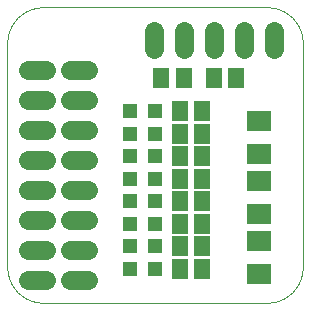
<source format=gts>
G75*
%MOIN*%
%OFA0B0*%
%FSLAX25Y25*%
%IPPOS*%
%LPD*%
%AMOC8*
5,1,8,0,0,1.08239X$1,22.5*
%
%ADD10C,0.00000*%
%ADD11R,0.05124X0.05124*%
%ADD12R,0.08274X0.06699*%
%ADD13R,0.05518X0.06699*%
%ADD14C,0.06400*%
D10*
X0004500Y0013111D02*
X0004500Y0087914D01*
X0004503Y0088199D01*
X0004514Y0088485D01*
X0004531Y0088770D01*
X0004555Y0089054D01*
X0004586Y0089338D01*
X0004624Y0089621D01*
X0004669Y0089902D01*
X0004720Y0090183D01*
X0004778Y0090463D01*
X0004843Y0090741D01*
X0004915Y0091017D01*
X0004993Y0091291D01*
X0005078Y0091564D01*
X0005170Y0091834D01*
X0005268Y0092102D01*
X0005372Y0092368D01*
X0005483Y0092631D01*
X0005600Y0092891D01*
X0005723Y0093149D01*
X0005853Y0093403D01*
X0005989Y0093654D01*
X0006130Y0093902D01*
X0006278Y0094146D01*
X0006431Y0094387D01*
X0006591Y0094623D01*
X0006756Y0094856D01*
X0006926Y0095085D01*
X0007102Y0095310D01*
X0007284Y0095530D01*
X0007470Y0095746D01*
X0007662Y0095957D01*
X0007859Y0096164D01*
X0008061Y0096366D01*
X0008268Y0096563D01*
X0008479Y0096755D01*
X0008695Y0096941D01*
X0008915Y0097123D01*
X0009140Y0097299D01*
X0009369Y0097469D01*
X0009602Y0097634D01*
X0009838Y0097794D01*
X0010079Y0097947D01*
X0010323Y0098095D01*
X0010571Y0098236D01*
X0010822Y0098372D01*
X0011076Y0098502D01*
X0011334Y0098625D01*
X0011594Y0098742D01*
X0011857Y0098853D01*
X0012123Y0098957D01*
X0012391Y0099055D01*
X0012661Y0099147D01*
X0012934Y0099232D01*
X0013208Y0099310D01*
X0013484Y0099382D01*
X0013762Y0099447D01*
X0014042Y0099505D01*
X0014323Y0099556D01*
X0014604Y0099601D01*
X0014887Y0099639D01*
X0015171Y0099670D01*
X0015455Y0099694D01*
X0015740Y0099711D01*
X0016026Y0099722D01*
X0016311Y0099725D01*
X0091114Y0099725D01*
X0091399Y0099722D01*
X0091685Y0099711D01*
X0091970Y0099694D01*
X0092254Y0099670D01*
X0092538Y0099639D01*
X0092821Y0099601D01*
X0093102Y0099556D01*
X0093383Y0099505D01*
X0093663Y0099447D01*
X0093941Y0099382D01*
X0094217Y0099310D01*
X0094491Y0099232D01*
X0094764Y0099147D01*
X0095034Y0099055D01*
X0095302Y0098957D01*
X0095568Y0098853D01*
X0095831Y0098742D01*
X0096091Y0098625D01*
X0096349Y0098502D01*
X0096603Y0098372D01*
X0096854Y0098236D01*
X0097102Y0098095D01*
X0097346Y0097947D01*
X0097587Y0097794D01*
X0097823Y0097634D01*
X0098056Y0097469D01*
X0098285Y0097299D01*
X0098510Y0097123D01*
X0098730Y0096941D01*
X0098946Y0096755D01*
X0099157Y0096563D01*
X0099364Y0096366D01*
X0099566Y0096164D01*
X0099763Y0095957D01*
X0099955Y0095746D01*
X0100141Y0095530D01*
X0100323Y0095310D01*
X0100499Y0095085D01*
X0100669Y0094856D01*
X0100834Y0094623D01*
X0100994Y0094387D01*
X0101147Y0094146D01*
X0101295Y0093902D01*
X0101436Y0093654D01*
X0101572Y0093403D01*
X0101702Y0093149D01*
X0101825Y0092891D01*
X0101942Y0092631D01*
X0102053Y0092368D01*
X0102157Y0092102D01*
X0102255Y0091834D01*
X0102347Y0091564D01*
X0102432Y0091291D01*
X0102510Y0091017D01*
X0102582Y0090741D01*
X0102647Y0090463D01*
X0102705Y0090183D01*
X0102756Y0089902D01*
X0102801Y0089621D01*
X0102839Y0089338D01*
X0102870Y0089054D01*
X0102894Y0088770D01*
X0102911Y0088485D01*
X0102922Y0088199D01*
X0102925Y0087914D01*
X0102925Y0013111D01*
X0102922Y0012826D01*
X0102911Y0012540D01*
X0102894Y0012255D01*
X0102870Y0011971D01*
X0102839Y0011687D01*
X0102801Y0011404D01*
X0102756Y0011123D01*
X0102705Y0010842D01*
X0102647Y0010562D01*
X0102582Y0010284D01*
X0102510Y0010008D01*
X0102432Y0009734D01*
X0102347Y0009461D01*
X0102255Y0009191D01*
X0102157Y0008923D01*
X0102053Y0008657D01*
X0101942Y0008394D01*
X0101825Y0008134D01*
X0101702Y0007876D01*
X0101572Y0007622D01*
X0101436Y0007371D01*
X0101295Y0007123D01*
X0101147Y0006879D01*
X0100994Y0006638D01*
X0100834Y0006402D01*
X0100669Y0006169D01*
X0100499Y0005940D01*
X0100323Y0005715D01*
X0100141Y0005495D01*
X0099955Y0005279D01*
X0099763Y0005068D01*
X0099566Y0004861D01*
X0099364Y0004659D01*
X0099157Y0004462D01*
X0098946Y0004270D01*
X0098730Y0004084D01*
X0098510Y0003902D01*
X0098285Y0003726D01*
X0098056Y0003556D01*
X0097823Y0003391D01*
X0097587Y0003231D01*
X0097346Y0003078D01*
X0097102Y0002930D01*
X0096854Y0002789D01*
X0096603Y0002653D01*
X0096349Y0002523D01*
X0096091Y0002400D01*
X0095831Y0002283D01*
X0095568Y0002172D01*
X0095302Y0002068D01*
X0095034Y0001970D01*
X0094764Y0001878D01*
X0094491Y0001793D01*
X0094217Y0001715D01*
X0093941Y0001643D01*
X0093663Y0001578D01*
X0093383Y0001520D01*
X0093102Y0001469D01*
X0092821Y0001424D01*
X0092538Y0001386D01*
X0092254Y0001355D01*
X0091970Y0001331D01*
X0091685Y0001314D01*
X0091399Y0001303D01*
X0091114Y0001300D01*
X0016311Y0001300D01*
X0016026Y0001303D01*
X0015740Y0001314D01*
X0015455Y0001331D01*
X0015171Y0001355D01*
X0014887Y0001386D01*
X0014604Y0001424D01*
X0014323Y0001469D01*
X0014042Y0001520D01*
X0013762Y0001578D01*
X0013484Y0001643D01*
X0013208Y0001715D01*
X0012934Y0001793D01*
X0012661Y0001878D01*
X0012391Y0001970D01*
X0012123Y0002068D01*
X0011857Y0002172D01*
X0011594Y0002283D01*
X0011334Y0002400D01*
X0011076Y0002523D01*
X0010822Y0002653D01*
X0010571Y0002789D01*
X0010323Y0002930D01*
X0010079Y0003078D01*
X0009838Y0003231D01*
X0009602Y0003391D01*
X0009369Y0003556D01*
X0009140Y0003726D01*
X0008915Y0003902D01*
X0008695Y0004084D01*
X0008479Y0004270D01*
X0008268Y0004462D01*
X0008061Y0004659D01*
X0007859Y0004861D01*
X0007662Y0005068D01*
X0007470Y0005279D01*
X0007284Y0005495D01*
X0007102Y0005715D01*
X0006926Y0005940D01*
X0006756Y0006169D01*
X0006591Y0006402D01*
X0006431Y0006638D01*
X0006278Y0006879D01*
X0006130Y0007123D01*
X0005989Y0007371D01*
X0005853Y0007622D01*
X0005723Y0007876D01*
X0005600Y0008134D01*
X0005483Y0008394D01*
X0005372Y0008657D01*
X0005268Y0008923D01*
X0005170Y0009191D01*
X0005078Y0009461D01*
X0004993Y0009734D01*
X0004915Y0010008D01*
X0004843Y0010284D01*
X0004778Y0010562D01*
X0004720Y0010842D01*
X0004669Y0011123D01*
X0004624Y0011404D01*
X0004586Y0011687D01*
X0004555Y0011971D01*
X0004531Y0012255D01*
X0004514Y0012540D01*
X0004503Y0012826D01*
X0004500Y0013111D01*
D11*
X0045366Y0012550D03*
X0045366Y0020050D03*
X0045366Y0027550D03*
X0045366Y0035050D03*
X0045366Y0042550D03*
X0045366Y0050050D03*
X0045366Y0057550D03*
X0045366Y0065050D03*
X0053634Y0065050D03*
X0053634Y0057550D03*
X0053634Y0050050D03*
X0053634Y0042550D03*
X0053634Y0035050D03*
X0053634Y0027550D03*
X0053634Y0020050D03*
X0053634Y0012550D03*
D12*
X0088250Y0010788D03*
X0088250Y0021812D03*
X0088250Y0030788D03*
X0088250Y0041812D03*
X0088250Y0050788D03*
X0088250Y0061812D03*
D13*
X0080740Y0076300D03*
X0073260Y0076300D03*
X0063240Y0076300D03*
X0055760Y0076300D03*
X0062010Y0065050D03*
X0069490Y0065050D03*
X0069490Y0057550D03*
X0062010Y0057550D03*
X0062010Y0050050D03*
X0069490Y0050050D03*
X0069490Y0042550D03*
X0062010Y0042550D03*
X0062010Y0035050D03*
X0069490Y0035050D03*
X0069490Y0027550D03*
X0062010Y0027550D03*
X0062010Y0020050D03*
X0069490Y0020050D03*
X0069490Y0012550D03*
X0062010Y0012550D03*
D14*
X0017500Y0008800D02*
X0011500Y0008800D01*
X0011500Y0018800D02*
X0017500Y0018800D01*
X0025250Y0018800D02*
X0031250Y0018800D01*
X0031250Y0028800D02*
X0025250Y0028800D01*
X0017500Y0028800D02*
X0011500Y0028800D01*
X0011500Y0038800D02*
X0017500Y0038800D01*
X0025250Y0038800D02*
X0031250Y0038800D01*
X0031250Y0048800D02*
X0025250Y0048800D01*
X0017500Y0048800D02*
X0011500Y0048800D01*
X0011500Y0058800D02*
X0017500Y0058800D01*
X0025250Y0058800D02*
X0031250Y0058800D01*
X0031250Y0068800D02*
X0025250Y0068800D01*
X0017500Y0068800D02*
X0011500Y0068800D01*
X0011500Y0078800D02*
X0017500Y0078800D01*
X0025250Y0078800D02*
X0031250Y0078800D01*
X0053250Y0085800D02*
X0053250Y0091800D01*
X0063250Y0091800D02*
X0063250Y0085800D01*
X0073250Y0085800D02*
X0073250Y0091800D01*
X0083250Y0091800D02*
X0083250Y0085800D01*
X0093250Y0085800D02*
X0093250Y0091800D01*
X0031250Y0008800D02*
X0025250Y0008800D01*
M02*

</source>
